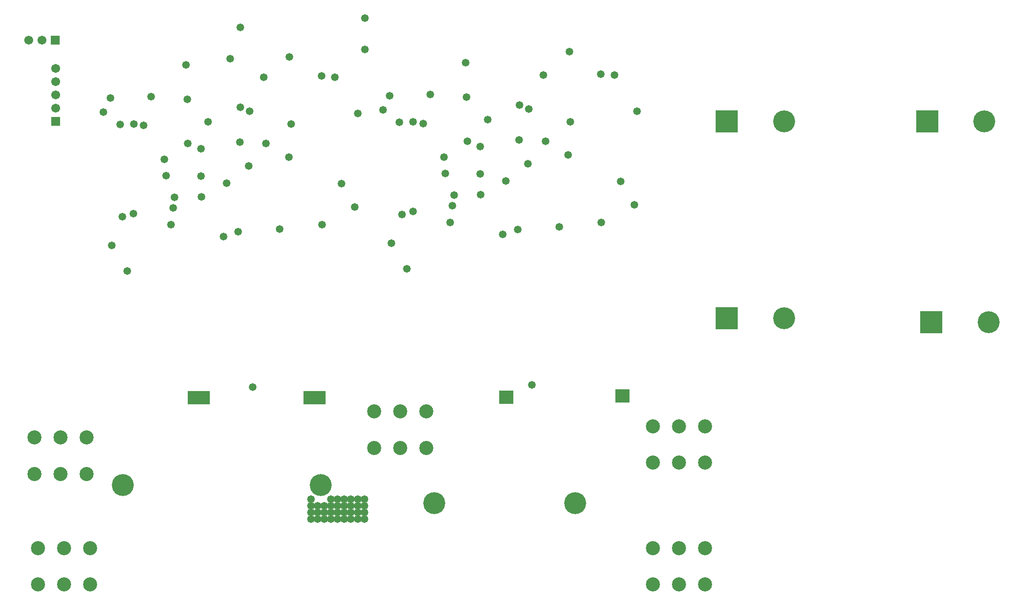
<source format=gbs>
G04 Layer_Color=16711935*
%FSLAX25Y25*%
%MOIN*%
G70*
G01*
G75*
%ADD74R,0.16548X0.16548*%
%ADD75C,0.16548*%
%ADD76C,0.10642*%
%ADD77R,0.06706X0.06706*%
%ADD78C,0.06706*%
%ADD79R,0.06706X0.06706*%
%ADD80R,0.10642X0.09855*%
%ADD81R,0.16548X0.09855*%
%ADD82C,0.05800*%
D74*
X2338465Y1072638D02*
D03*
Y1221142D02*
D03*
X2489488Y1221063D02*
D03*
X2492756Y1069606D02*
D03*
D75*
X2381772Y1072638D02*
D03*
X2117756Y932874D02*
D03*
X2224055D02*
D03*
X2381772Y1221142D02*
D03*
X2532795Y1221063D02*
D03*
X2536063Y1069606D02*
D03*
X2032126Y946417D02*
D03*
X1882520D02*
D03*
D76*
X2322126Y871417D02*
D03*
X2302441D02*
D03*
X2282756D02*
D03*
X2322126Y898976D02*
D03*
X2302441D02*
D03*
X2282756D02*
D03*
X2321850Y963425D02*
D03*
X2302165D02*
D03*
X2282480D02*
D03*
X2321850Y990984D02*
D03*
X2302165D02*
D03*
X2282480D02*
D03*
X1816024Y982441D02*
D03*
X1835709D02*
D03*
X1855394D02*
D03*
X1816024Y954882D02*
D03*
X1835709D02*
D03*
X1855394D02*
D03*
X1818543Y898976D02*
D03*
X1838228D02*
D03*
X1857913D02*
D03*
X1818543Y871417D02*
D03*
X1838228D02*
D03*
X1857913D02*
D03*
X2072284Y1002165D02*
D03*
X2091969D02*
D03*
X2111654D02*
D03*
X2072284Y974606D02*
D03*
X2091969D02*
D03*
X2111654D02*
D03*
D77*
X1831732Y1282441D02*
D03*
D78*
X1821732D02*
D03*
X1811732D02*
D03*
X1832126Y1261102D02*
D03*
Y1251102D02*
D03*
Y1241102D02*
D03*
Y1231102D02*
D03*
D79*
Y1221102D02*
D03*
D80*
X2171929Y1012756D02*
D03*
X2259567Y1013937D02*
D03*
D81*
X1939992Y1012484D02*
D03*
X2027271D02*
D03*
D82*
X1886063Y1108268D02*
D03*
X2258465Y1175709D02*
D03*
X2268504Y1158150D02*
D03*
X2191457Y1022284D02*
D03*
X2243740Y1144843D02*
D03*
X2270672Y1228938D02*
D03*
X2253504Y1256064D02*
D03*
X2199882Y1256103D02*
D03*
X2189016Y1230434D02*
D03*
X2218740Y1195749D02*
D03*
X2109173Y1219686D02*
D03*
X2142480Y1206221D02*
D03*
X2188386Y1189213D02*
D03*
X2220428Y1220887D02*
D03*
X2211850Y1141654D02*
D03*
X2243454Y1257024D02*
D03*
X2201614Y1206143D02*
D03*
X2152441Y1202166D02*
D03*
X2132520Y1165473D02*
D03*
X2182008Y1233465D02*
D03*
X2142008Y1239528D02*
D03*
X2141299Y1265434D02*
D03*
X2101535Y1153032D02*
D03*
X2181772Y1207048D02*
D03*
X2157835Y1222442D02*
D03*
X2114724Y1241418D02*
D03*
X2152716Y1165985D02*
D03*
X2078858Y1229922D02*
D03*
X2096890Y1109922D02*
D03*
X2180508Y1139369D02*
D03*
X2171807Y1176140D02*
D03*
X2131339Y1157599D02*
D03*
X2093268Y1150906D02*
D03*
X2152362Y1181536D02*
D03*
X2125984Y1181930D02*
D03*
X2169449Y1135867D02*
D03*
X2129685Y1144804D02*
D03*
X2085236Y1129213D02*
D03*
X2124921Y1194135D02*
D03*
X2091339Y1220434D02*
D03*
X2101732Y1220709D02*
D03*
X2084094Y1240513D02*
D03*
X1890906Y1219055D02*
D03*
X1868032Y1228268D02*
D03*
X1873268Y1238858D02*
D03*
X1958622Y1134213D02*
D03*
X1969681Y1137714D02*
D03*
X1930473Y1263780D02*
D03*
X1947008Y1220787D02*
D03*
X1941890Y1164331D02*
D03*
X1903898Y1239764D02*
D03*
X1989055Y1254449D02*
D03*
X1970945Y1205394D02*
D03*
X2009601Y1219232D02*
D03*
X2032628Y1255369D02*
D03*
X1931181Y1237874D02*
D03*
X1880512Y1218779D02*
D03*
X1882441Y1149252D02*
D03*
X2008152Y1270000D02*
D03*
X2059845Y1227283D02*
D03*
X2042677Y1254409D02*
D03*
X1918858Y1143150D02*
D03*
X1874409Y1127559D02*
D03*
X1890709Y1151378D02*
D03*
X1941536Y1179882D02*
D03*
X2057677Y1156496D02*
D03*
X1980630Y1020630D02*
D03*
X2032913Y1143189D02*
D03*
X1920512Y1155945D02*
D03*
X1921693Y1163819D02*
D03*
X1971181Y1231811D02*
D03*
X1978189Y1228780D02*
D03*
X1990787Y1204488D02*
D03*
X1977559Y1187559D02*
D03*
X2007913Y1194094D02*
D03*
X1898347Y1218032D02*
D03*
X1914095Y1192480D02*
D03*
X1915158Y1180276D02*
D03*
X1960980Y1174486D02*
D03*
X2001024Y1140000D02*
D03*
X1931654Y1204567D02*
D03*
X1941614Y1200512D02*
D03*
X2219646Y1273779D02*
D03*
X2047638Y1174055D02*
D03*
X1971378Y1292087D02*
D03*
X1963543Y1268465D02*
D03*
X2065472Y1299213D02*
D03*
X2065236Y1275433D02*
D03*
X2024567Y920827D02*
D03*
Y925866D02*
D03*
Y930906D02*
D03*
Y935945D02*
D03*
X2029606Y920827D02*
D03*
Y925866D02*
D03*
Y930906D02*
D03*
X2034646Y920827D02*
D03*
Y925866D02*
D03*
Y930906D02*
D03*
X2039685Y920827D02*
D03*
Y925866D02*
D03*
Y930906D02*
D03*
Y935945D02*
D03*
X2044724Y920827D02*
D03*
Y925866D02*
D03*
Y930906D02*
D03*
Y935945D02*
D03*
X2049764Y920827D02*
D03*
Y925866D02*
D03*
Y930906D02*
D03*
Y935945D02*
D03*
X2054803Y920827D02*
D03*
Y925866D02*
D03*
Y930906D02*
D03*
Y935945D02*
D03*
X2059842Y920827D02*
D03*
Y925866D02*
D03*
Y930906D02*
D03*
Y935945D02*
D03*
X2064882Y920827D02*
D03*
Y925866D02*
D03*
Y930906D02*
D03*
Y935945D02*
D03*
M02*

</source>
